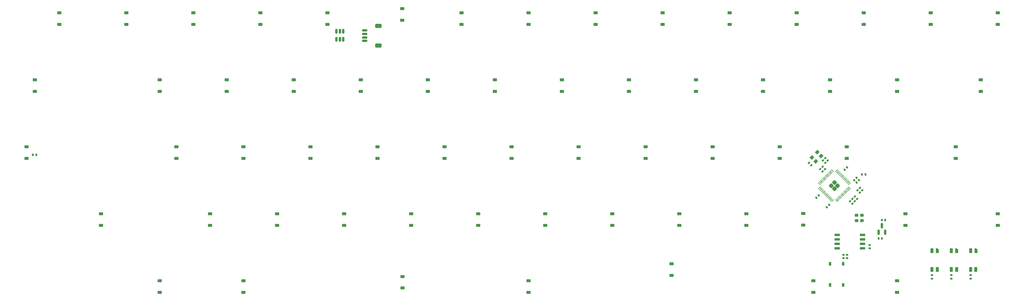
<source format=gbr>
%TF.GenerationSoftware,KiCad,Pcbnew,8.0.1*%
%TF.CreationDate,2025-07-05T22:55:18+09:00*%
%TF.ProjectId,Lily60,4c696c79-3630-42e6-9b69-6361645f7063,rev?*%
%TF.SameCoordinates,Original*%
%TF.FileFunction,Paste,Bot*%
%TF.FilePolarity,Positive*%
%FSLAX46Y46*%
G04 Gerber Fmt 4.6, Leading zero omitted, Abs format (unit mm)*
G04 Created by KiCad (PCBNEW 8.0.1) date 2025-07-05 22:55:18*
%MOMM*%
%LPD*%
G01*
G04 APERTURE LIST*
G04 Aperture macros list*
%AMRoundRect*
0 Rectangle with rounded corners*
0 $1 Rounding radius*
0 $2 $3 $4 $5 $6 $7 $8 $9 X,Y pos of 4 corners*
0 Add a 4 corners polygon primitive as box body*
4,1,4,$2,$3,$4,$5,$6,$7,$8,$9,$2,$3,0*
0 Add four circle primitives for the rounded corners*
1,1,$1+$1,$2,$3*
1,1,$1+$1,$4,$5*
1,1,$1+$1,$6,$7*
1,1,$1+$1,$8,$9*
0 Add four rect primitives between the rounded corners*
20,1,$1+$1,$2,$3,$4,$5,0*
20,1,$1+$1,$4,$5,$6,$7,0*
20,1,$1+$1,$6,$7,$8,$9,0*
20,1,$1+$1,$8,$9,$2,$3,0*%
%AMRotRect*
0 Rectangle, with rotation*
0 The origin of the aperture is its center*
0 $1 length*
0 $2 width*
0 $3 Rotation angle, in degrees counterclockwise*
0 Add horizontal line*
21,1,$1,$2,0,0,$3*%
%AMFreePoly0*
4,1,18,-0.700000,0.205000,-0.684395,0.283450,-0.639957,0.349957,-0.573450,0.394395,-0.495000,0.410000,0.495000,0.410000,0.573450,0.394395,0.639957,0.349957,0.684395,0.283450,0.700000,0.205000,0.700000,0.000000,0.290000,-0.410000,-0.495000,-0.410000,-0.573450,-0.394395,-0.639957,-0.349957,-0.684395,-0.283450,-0.700000,-0.205000,-0.700000,0.205000,-0.700000,0.205000,$1*%
G04 Aperture macros list end*
%ADD10RoundRect,0.202500X0.202500X-0.497500X0.202500X0.497500X-0.202500X0.497500X-0.202500X-0.497500X0*%
%ADD11FreePoly0,90.000000*%
%ADD12RoundRect,0.205000X0.205000X-0.495000X0.205000X0.495000X-0.205000X0.495000X-0.205000X-0.495000X0*%
%ADD13RoundRect,0.225000X0.375000X-0.225000X0.375000X0.225000X-0.375000X0.225000X-0.375000X-0.225000X0*%
%ADD14RoundRect,0.140000X-0.021213X0.219203X-0.219203X0.021213X0.021213X-0.219203X0.219203X-0.021213X0*%
%ADD15RoundRect,0.150000X0.150000X-0.587500X0.150000X0.587500X-0.150000X0.587500X-0.150000X-0.587500X0*%
%ADD16RoundRect,0.140000X0.170000X-0.140000X0.170000X0.140000X-0.170000X0.140000X-0.170000X-0.140000X0*%
%ADD17RoundRect,0.140000X0.219203X0.021213X0.021213X0.219203X-0.219203X-0.021213X-0.021213X-0.219203X0*%
%ADD18R,0.750000X1.000000*%
%ADD19RoundRect,0.140000X-0.219203X-0.021213X-0.021213X-0.219203X0.219203X0.021213X0.021213X0.219203X0*%
%ADD20RoundRect,0.140000X0.021213X-0.219203X0.219203X-0.021213X-0.021213X0.219203X-0.219203X0.021213X0*%
%ADD21RoundRect,0.140000X0.140000X0.170000X-0.140000X0.170000X-0.140000X-0.170000X0.140000X-0.170000X0*%
%ADD22RoundRect,0.150000X0.150000X-0.512500X0.150000X0.512500X-0.150000X0.512500X-0.150000X-0.512500X0*%
%ADD23RotRect,1.000000X0.900000X45.000000*%
%ADD24RoundRect,0.140000X-0.140000X-0.170000X0.140000X-0.170000X0.140000X0.170000X-0.140000X0.170000X0*%
%ADD25RoundRect,0.150000X-0.650000X-0.150000X0.650000X-0.150000X0.650000X0.150000X-0.650000X0.150000X0*%
%ADD26RoundRect,0.150000X-0.625000X0.150000X-0.625000X-0.150000X0.625000X-0.150000X0.625000X0.150000X0*%
%ADD27RoundRect,0.250000X-0.650000X0.350000X-0.650000X-0.350000X0.650000X-0.350000X0.650000X0.350000X0*%
%ADD28RoundRect,0.225000X-0.250000X0.225000X-0.250000X-0.225000X0.250000X-0.225000X0.250000X0.225000X0*%
%ADD29RoundRect,0.225000X0.250000X-0.225000X0.250000X0.225000X-0.250000X0.225000X-0.250000X-0.225000X0*%
%ADD30RoundRect,0.250000X0.000000X-0.413257X0.413257X0.000000X0.000000X0.413257X-0.413257X0.000000X0*%
%ADD31RoundRect,0.050000X-0.238649X-0.309359X0.309359X0.238649X0.238649X0.309359X-0.309359X-0.238649X0*%
%ADD32RoundRect,0.050000X0.238649X-0.309359X0.309359X-0.238649X-0.238649X0.309359X-0.309359X0.238649X0*%
G04 APERTURE END LIST*
D10*
%TO.C,D63*%
X302970002Y-114150000D03*
D11*
X302975002Y-108750000D03*
D12*
X301475002Y-108750000D03*
X301475002Y-114150000D03*
%TD*%
D10*
%TO.C,D66*%
X313970001Y-114150001D03*
D11*
X313975001Y-108750001D03*
D12*
X312475001Y-108750001D03*
X312475001Y-114150001D03*
%TD*%
D10*
%TO.C,D64*%
X308470002Y-114150001D03*
D11*
X308475002Y-108750001D03*
D12*
X306975002Y-108750001D03*
X306975002Y-114150001D03*
%TD*%
D13*
%TO.C,D59*%
X186806250Y-120593750D03*
X186806250Y-117293750D03*
%TD*%
D14*
%TO.C,C2*%
X280031569Y-88030601D03*
X279352747Y-88709423D03*
%TD*%
D13*
%TO.C,D12*%
X263006250Y-44393750D03*
X263006250Y-41093750D03*
%TD*%
%TO.C,D24*%
X215381250Y-63443750D03*
X215381250Y-60143750D03*
%TD*%
D14*
%TO.C,C3*%
X280714411Y-88710589D03*
X280035589Y-89389411D03*
%TD*%
D13*
%TO.C,D38*%
X220143750Y-82493750D03*
X220143750Y-79193750D03*
%TD*%
D15*
%TO.C,U2*%
X288212501Y-103562500D03*
X286312501Y-103562500D03*
X287262501Y-101687499D03*
%TD*%
D13*
%TO.C,D49*%
X191568750Y-101543750D03*
X191568750Y-98243750D03*
%TD*%
%TO.C,D19*%
X120131250Y-63443750D03*
X120131250Y-60143750D03*
%TD*%
D16*
%TO.C,C20*%
X312474999Y-116705001D03*
X312474999Y-115745001D03*
%TD*%
D13*
%TO.C,D3*%
X91556250Y-44393750D03*
X91556250Y-41093750D03*
%TD*%
%TO.C,D10*%
X224906250Y-44393750D03*
X224906250Y-41093750D03*
%TD*%
D17*
%TO.C,C9*%
X271081569Y-85609423D03*
X270402747Y-84930601D03*
%TD*%
D13*
%TO.C,D43*%
X65362500Y-101543750D03*
X65362500Y-98243750D03*
%TD*%
%TO.C,D7*%
X167756250Y-44393750D03*
X167756250Y-41093750D03*
%TD*%
%TO.C,D2*%
X72506250Y-44393750D03*
X72506250Y-41093750D03*
%TD*%
%TO.C,D15*%
X320156250Y-44393750D03*
X320156250Y-41093750D03*
%TD*%
D18*
%TO.C,BOOTSEL1*%
X272500000Y-112500000D03*
X272500000Y-118500000D03*
X276250000Y-112500000D03*
X276250000Y-118500000D03*
%TD*%
D13*
%TO.C,D23*%
X196331250Y-63443750D03*
X196331250Y-60143750D03*
%TD*%
D19*
%TO.C,C14*%
X266507467Y-83821554D03*
X267186289Y-84500376D03*
%TD*%
D13*
%TO.C,D17*%
X82031250Y-63443750D03*
X82031250Y-60143750D03*
%TD*%
D16*
%TO.C,C16*%
X283800000Y-108130000D03*
X283800000Y-107170000D03*
%TD*%
D20*
%TO.C,C17*%
X268610589Y-93689411D03*
X269289411Y-93010589D03*
%TD*%
D13*
%TO.C,D42*%
X308250000Y-82493750D03*
X308250000Y-79193750D03*
%TD*%
D21*
%TO.C,R7*%
X282580000Y-87100000D03*
X281620000Y-87100000D03*
%TD*%
D13*
%TO.C,D16*%
X46550000Y-63450000D03*
X46550000Y-60150000D03*
%TD*%
D19*
%TO.C,C11*%
X280302747Y-91555601D03*
X280981569Y-92234423D03*
%TD*%
D22*
%TO.C,U4*%
X134162499Y-48662500D03*
X133212500Y-48662500D03*
X132262501Y-48662500D03*
X132262501Y-46387500D03*
X133212500Y-46387500D03*
X134162499Y-46387500D03*
%TD*%
D14*
%TO.C,C1*%
X277331569Y-85030601D03*
X276652747Y-85709423D03*
%TD*%
D13*
%TO.C,D6*%
X150975000Y-43225000D03*
X150975000Y-39925000D03*
%TD*%
D20*
%TO.C,C7*%
X271577747Y-96434423D03*
X272256569Y-95755601D03*
%TD*%
D16*
%TO.C,R6*%
X276350000Y-110930000D03*
X276350000Y-109970000D03*
%TD*%
D13*
%TO.C,D56*%
X82031250Y-120593750D03*
X82031250Y-117293750D03*
%TD*%
D23*
%TO.C,Y1*%
X267341852Y-82287132D03*
X268862132Y-80766852D03*
X269958148Y-81862868D03*
X268437868Y-83383148D03*
%TD*%
D13*
%TO.C,D45*%
X115368750Y-101543750D03*
X115368750Y-98243750D03*
%TD*%
%TO.C,D33*%
X124893750Y-82493750D03*
X124893750Y-79193750D03*
%TD*%
%TO.C,D50*%
X210618750Y-101543750D03*
X210618750Y-98243750D03*
%TD*%
D24*
%TO.C,C12*%
X287257501Y-100087500D03*
X288217501Y-100087500D03*
%TD*%
D13*
%TO.C,D39*%
X239193750Y-82493750D03*
X239193750Y-79193750D03*
%TD*%
%TO.C,D26*%
X253481250Y-63443750D03*
X253481250Y-60143750D03*
%TD*%
%TO.C,D9*%
X205856250Y-44393750D03*
X205856250Y-41093750D03*
%TD*%
%TO.C,D30*%
X44175000Y-82493750D03*
X44175000Y-79193750D03*
%TD*%
%TO.C,D40*%
X258243750Y-82493750D03*
X258243750Y-79193750D03*
%TD*%
%TO.C,D61*%
X267768750Y-120593750D03*
X267768750Y-117293750D03*
%TD*%
%TO.C,D51*%
X229668750Y-101543750D03*
X229668750Y-98243750D03*
%TD*%
%TO.C,D55*%
X320156250Y-101543750D03*
X320156250Y-98243750D03*
%TD*%
%TO.C,D60*%
X227500000Y-115800000D03*
X227500000Y-112500000D03*
%TD*%
%TO.C,D20*%
X139181250Y-63443750D03*
X139181250Y-60143750D03*
%TD*%
D25*
%TO.C,U3*%
X274525000Y-108130000D03*
X274525000Y-106860000D03*
X274525000Y-105590000D03*
X274525000Y-104320000D03*
X281725000Y-104320000D03*
X281725000Y-105590000D03*
X281725000Y-106860000D03*
X281725000Y-108130000D03*
%TD*%
D16*
%TO.C,R5*%
X277325000Y-110930000D03*
X277325000Y-109970000D03*
%TD*%
D13*
%TO.C,D5*%
X129656250Y-44393750D03*
X129656250Y-41093750D03*
%TD*%
D19*
%TO.C,R4*%
X270499427Y-83117930D03*
X271178249Y-83796752D03*
%TD*%
D13*
%TO.C,D31*%
X86793750Y-82493750D03*
X86793750Y-79193750D03*
%TD*%
%TO.C,D41*%
X277293750Y-82493750D03*
X277293750Y-79193750D03*
%TD*%
%TO.C,D21*%
X158231250Y-63443750D03*
X158231250Y-60143750D03*
%TD*%
%TO.C,D14*%
X301106250Y-44393750D03*
X301106250Y-41093750D03*
%TD*%
D26*
%TO.C,J2*%
X140275000Y-46125000D03*
X140275000Y-47125000D03*
X140275000Y-48125000D03*
X140275000Y-49125000D03*
D27*
X144150000Y-44825000D03*
X144150000Y-50425000D03*
%TD*%
D19*
%TO.C,C6*%
X269727747Y-85605601D03*
X270406569Y-86284423D03*
%TD*%
D13*
%TO.C,D27*%
X272531250Y-63443750D03*
X272531250Y-60143750D03*
%TD*%
%TO.C,D1*%
X53456250Y-44393750D03*
X53456250Y-41093750D03*
%TD*%
%TO.C,D4*%
X110606250Y-44393750D03*
X110606250Y-41093750D03*
%TD*%
%TO.C,D37*%
X201093750Y-82493750D03*
X201093750Y-79193750D03*
%TD*%
%TO.C,D44*%
X96318750Y-101543750D03*
X96318750Y-98243750D03*
%TD*%
D17*
%TO.C,C5*%
X280245980Y-94034423D03*
X279567158Y-93355601D03*
%TD*%
D13*
%TO.C,D54*%
X293962500Y-101543750D03*
X293962500Y-98243750D03*
%TD*%
%TO.C,D47*%
X153468750Y-101543750D03*
X153468750Y-98243750D03*
%TD*%
D28*
%TO.C,R2*%
X281575000Y-98700001D03*
X281575000Y-100250001D03*
%TD*%
D17*
%TO.C,C4*%
X279570980Y-94709423D03*
X278892158Y-94030601D03*
%TD*%
D13*
%TO.C,D36*%
X182043750Y-82493750D03*
X182043750Y-79193750D03*
%TD*%
%TO.C,D35*%
X162993750Y-82493750D03*
X162993750Y-79193750D03*
%TD*%
%TO.C,D8*%
X186806250Y-44393750D03*
X186806250Y-41093750D03*
%TD*%
%TO.C,D52*%
X248718750Y-101543750D03*
X248718750Y-98243750D03*
%TD*%
%TO.C,D62*%
X291581250Y-120593750D03*
X291581250Y-117293750D03*
%TD*%
D19*
%TO.C,C8*%
X280977747Y-90880601D03*
X281656569Y-91559423D03*
%TD*%
D13*
%TO.C,D34*%
X143943750Y-82493750D03*
X143943750Y-79193750D03*
%TD*%
%TO.C,D29*%
X315393750Y-63443750D03*
X315393750Y-60143750D03*
%TD*%
D16*
%TO.C,C19*%
X306975000Y-116705001D03*
X306975000Y-115745001D03*
%TD*%
D21*
%TO.C,R3*%
X46955000Y-81475000D03*
X45995000Y-81475000D03*
%TD*%
D13*
%TO.C,D18*%
X101081250Y-63443750D03*
X101081250Y-60143750D03*
%TD*%
%TO.C,D48*%
X172518750Y-101543750D03*
X172518750Y-98243750D03*
%TD*%
%TO.C,D22*%
X177281250Y-63443750D03*
X177281250Y-60143750D03*
%TD*%
%TO.C,D11*%
X243956250Y-44393750D03*
X243956250Y-41093750D03*
%TD*%
D19*
%TO.C,C10*%
X278217158Y-94705601D03*
X278895980Y-95384423D03*
%TD*%
D13*
%TO.C,D46*%
X134418750Y-101543750D03*
X134418750Y-98243750D03*
%TD*%
%TO.C,D58*%
X151025000Y-119400000D03*
X151025000Y-116100000D03*
%TD*%
D29*
%TO.C,R1*%
X280075000Y-100250000D03*
X280075000Y-98700000D03*
%TD*%
D30*
%TO.C,U1*%
X272878383Y-90293585D03*
X273779944Y-91195146D03*
X273779944Y-89392024D03*
X274681505Y-90293585D03*
D31*
X273187742Y-94562742D03*
X272904899Y-94279899D03*
X272622057Y-93997057D03*
X272339214Y-93714214D03*
X272056371Y-93431371D03*
X271773529Y-93148529D03*
X271490686Y-92865686D03*
X271207843Y-92582843D03*
X270925000Y-92300000D03*
X270642158Y-92017158D03*
X270359315Y-91734315D03*
X270076472Y-91451472D03*
X269793630Y-91168630D03*
X269510787Y-90885787D03*
D32*
X269510787Y-89701383D03*
X269793630Y-89418540D03*
X270076472Y-89135698D03*
X270359315Y-88852855D03*
X270642158Y-88570012D03*
X270925000Y-88287170D03*
X271207843Y-88004327D03*
X271490686Y-87721484D03*
X271773529Y-87438641D03*
X272056371Y-87155799D03*
X272339214Y-86872956D03*
X272622057Y-86590113D03*
X272904899Y-86307271D03*
X273187742Y-86024428D03*
D31*
X274372146Y-86024428D03*
X274654989Y-86307271D03*
X274937831Y-86590113D03*
X275220674Y-86872956D03*
X275503517Y-87155799D03*
X275786359Y-87438641D03*
X276069202Y-87721484D03*
X276352045Y-88004327D03*
X276634888Y-88287170D03*
X276917730Y-88570012D03*
X277200573Y-88852855D03*
X277483416Y-89135698D03*
X277766258Y-89418540D03*
X278049101Y-89701383D03*
D32*
X278049101Y-90885787D03*
X277766258Y-91168630D03*
X277483416Y-91451472D03*
X277200573Y-91734315D03*
X276917730Y-92017158D03*
X276634888Y-92300000D03*
X276352045Y-92582843D03*
X276069202Y-92865686D03*
X275786359Y-93148529D03*
X275503517Y-93431371D03*
X275220674Y-93714214D03*
X274937831Y-93997057D03*
X274654989Y-94279899D03*
X274372146Y-94562742D03*
%TD*%
D13*
%TO.C,D32*%
X105843750Y-82493750D03*
X105843750Y-79193750D03*
%TD*%
D17*
%TO.C,C15*%
X271850000Y-83125000D03*
X271171178Y-82446178D03*
%TD*%
D13*
%TO.C,D28*%
X291581250Y-63443750D03*
X291581250Y-60143750D03*
%TD*%
D24*
%TO.C,C13*%
X286307501Y-105262500D03*
X287267501Y-105262500D03*
%TD*%
D13*
%TO.C,D57*%
X105843750Y-120593750D03*
X105843750Y-117293750D03*
%TD*%
%TO.C,D13*%
X282056250Y-44393750D03*
X282056250Y-41093750D03*
%TD*%
%TO.C,D53*%
X264925000Y-101525000D03*
X264925000Y-98225000D03*
%TD*%
D16*
%TO.C,C18*%
X301475000Y-116705000D03*
X301475000Y-115745000D03*
%TD*%
D13*
%TO.C,D25*%
X234431250Y-63443750D03*
X234431250Y-60143750D03*
%TD*%
M02*

</source>
